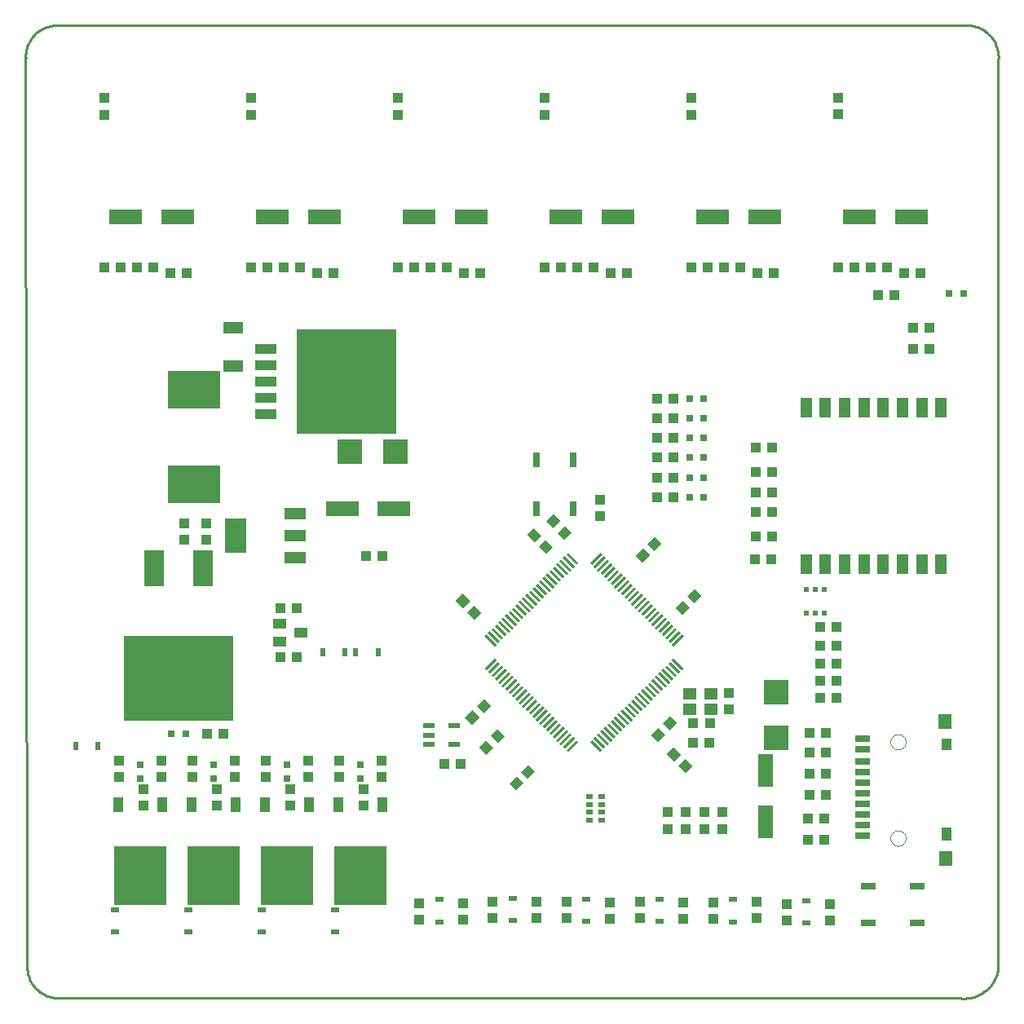
<source format=gtp>
G75*
G70*
%OFA0B0*%
%FSLAX24Y24*%
%IPPOS*%
%LPD*%
%AMOC8*
5,1,8,0,0,1.08239X$1,22.5*
%
%ADD10C,0.0100*%
%ADD11R,0.0106X0.0591*%
%ADD12R,0.0591X0.0106*%
%ADD13R,0.0551X0.0472*%
%ADD14R,0.0433X0.0394*%
%ADD15R,0.0394X0.0433*%
%ADD16R,0.0600X0.0300*%
%ADD17R,0.0315X0.0315*%
%ADD18R,0.0300X0.0600*%
%ADD19R,0.0197X0.0197*%
%ADD20R,0.0327X0.0248*%
%ADD21R,0.1000X0.1000*%
%ADD22R,0.4098X0.4252*%
%ADD23R,0.0850X0.0420*%
%ADD24R,0.2126X0.1575*%
%ADD25R,0.0827X0.0500*%
%ADD26R,0.0472X0.0787*%
%ADD27R,0.0531X0.0591*%
%ADD28R,0.0394X0.0551*%
%ADD29R,0.0394X0.0512*%
%ADD30R,0.0591X0.0295*%
%ADD31C,0.0000*%
%ADD32R,0.1378X0.0630*%
%ADD33R,0.0820X0.1500*%
%ADD34R,0.4500X0.3500*%
%ADD35R,0.2126X0.2441*%
%ADD36R,0.0394X0.0630*%
%ADD37R,0.0880X0.0480*%
%ADD38R,0.0866X0.1417*%
%ADD39R,0.0256X0.0197*%
%ADD40R,0.0551X0.0394*%
%ADD41R,0.0248X0.0327*%
%ADD42R,0.0472X0.0217*%
%ADD43R,0.0630X0.1378*%
D10*
X002393Y001821D02*
X002330Y038999D01*
X002331Y038998D02*
X002328Y039067D01*
X002329Y039135D01*
X002334Y039203D01*
X002343Y039271D01*
X002355Y039339D01*
X002371Y039405D01*
X002390Y039471D01*
X002413Y039535D01*
X002440Y039599D01*
X002470Y039660D01*
X002503Y039720D01*
X002539Y039778D01*
X002578Y039834D01*
X002621Y039888D01*
X002666Y039939D01*
X002714Y039988D01*
X002764Y040034D01*
X002817Y040078D01*
X002873Y040118D01*
X002930Y040156D01*
X002989Y040190D01*
X003050Y040221D01*
X003113Y040249D01*
X003177Y040273D01*
X003242Y040294D01*
X003308Y040311D01*
X003375Y040324D01*
X003443Y040334D01*
X003511Y040340D01*
X003511Y040341D02*
X040913Y040341D01*
X040983Y040333D01*
X041052Y040321D01*
X041121Y040306D01*
X041188Y040287D01*
X041255Y040264D01*
X041320Y040238D01*
X041384Y040208D01*
X041446Y040175D01*
X041506Y040138D01*
X041564Y040098D01*
X041619Y040056D01*
X041673Y040010D01*
X041724Y039961D01*
X041772Y039910D01*
X041817Y039856D01*
X041859Y039800D01*
X041898Y039741D01*
X041934Y039681D01*
X041967Y039619D01*
X041996Y039555D01*
X042022Y039489D01*
X042044Y039423D01*
X042062Y039355D01*
X042077Y039286D01*
X042088Y039217D01*
X042095Y039147D01*
X042099Y039077D01*
X042098Y039006D01*
X042094Y038936D01*
X042094Y001759D01*
X042095Y001759D02*
X042081Y001685D01*
X042063Y001613D01*
X042042Y001541D01*
X042016Y001471D01*
X041988Y001402D01*
X041955Y001334D01*
X041919Y001269D01*
X041880Y001205D01*
X041837Y001144D01*
X041792Y001085D01*
X041743Y001028D01*
X041691Y000974D01*
X041637Y000923D01*
X041580Y000874D01*
X041520Y000829D01*
X041459Y000787D01*
X041395Y000748D01*
X041329Y000712D01*
X041261Y000680D01*
X041192Y000652D01*
X041122Y000627D01*
X041050Y000606D01*
X040977Y000589D01*
X040904Y000576D01*
X040829Y000566D01*
X040755Y000561D01*
X040680Y000559D01*
X040605Y000561D01*
X040531Y000567D01*
X040457Y000577D01*
X040456Y000578D02*
X003699Y000578D01*
X003698Y000577D02*
X003629Y000578D01*
X003560Y000581D01*
X003492Y000589D01*
X003424Y000600D01*
X003356Y000615D01*
X003290Y000634D01*
X003224Y000656D01*
X003160Y000682D01*
X003098Y000711D01*
X003037Y000744D01*
X002978Y000779D01*
X002921Y000818D01*
X002866Y000860D01*
X002813Y000905D01*
X002763Y000953D01*
X002716Y001003D01*
X002671Y001056D01*
X002630Y001111D01*
X002591Y001168D01*
X002555Y001227D01*
X002523Y001288D01*
X002494Y001351D01*
X002469Y001415D01*
X002447Y001481D01*
X002429Y001547D01*
X002414Y001615D01*
X002403Y001683D01*
X002396Y001752D01*
X002392Y001821D01*
D11*
G36*
X021583Y015023D02*
X021508Y014948D01*
X021091Y015365D01*
X021166Y015440D01*
X021583Y015023D01*
G37*
G36*
X021722Y015162D02*
X021647Y015087D01*
X021230Y015504D01*
X021305Y015579D01*
X021722Y015162D01*
G37*
G36*
X021861Y015301D02*
X021786Y015226D01*
X021369Y015643D01*
X021444Y015718D01*
X021861Y015301D01*
G37*
G36*
X022000Y015441D02*
X021925Y015366D01*
X021508Y015783D01*
X021583Y015858D01*
X022000Y015441D01*
G37*
G36*
X022140Y015580D02*
X022065Y015505D01*
X021648Y015922D01*
X021723Y015997D01*
X022140Y015580D01*
G37*
G36*
X022279Y015719D02*
X022204Y015644D01*
X021787Y016061D01*
X021862Y016136D01*
X022279Y015719D01*
G37*
G36*
X022418Y015858D02*
X022343Y015783D01*
X021926Y016200D01*
X022001Y016275D01*
X022418Y015858D01*
G37*
G36*
X022557Y015997D02*
X022482Y015922D01*
X022065Y016339D01*
X022140Y016414D01*
X022557Y015997D01*
G37*
G36*
X022696Y016137D02*
X022621Y016062D01*
X022204Y016479D01*
X022279Y016554D01*
X022696Y016137D01*
G37*
G36*
X022836Y016276D02*
X022761Y016201D01*
X022344Y016618D01*
X022419Y016693D01*
X022836Y016276D01*
G37*
G36*
X022975Y016415D02*
X022900Y016340D01*
X022483Y016757D01*
X022558Y016832D01*
X022975Y016415D01*
G37*
G36*
X023114Y016554D02*
X023039Y016479D01*
X022622Y016896D01*
X022697Y016971D01*
X023114Y016554D01*
G37*
G36*
X023253Y016693D02*
X023178Y016618D01*
X022761Y017035D01*
X022836Y017110D01*
X023253Y016693D01*
G37*
G36*
X023392Y016833D02*
X023317Y016758D01*
X022900Y017175D01*
X022975Y017250D01*
X023392Y016833D01*
G37*
G36*
X023532Y016972D02*
X023457Y016897D01*
X023040Y017314D01*
X023115Y017389D01*
X023532Y016972D01*
G37*
G36*
X023671Y017111D02*
X023596Y017036D01*
X023179Y017453D01*
X023254Y017528D01*
X023671Y017111D01*
G37*
G36*
X023810Y017250D02*
X023735Y017175D01*
X023318Y017592D01*
X023393Y017667D01*
X023810Y017250D01*
G37*
G36*
X023949Y017389D02*
X023874Y017314D01*
X023457Y017731D01*
X023532Y017806D01*
X023949Y017389D01*
G37*
G36*
X024088Y017529D02*
X024013Y017454D01*
X023596Y017871D01*
X023671Y017946D01*
X024088Y017529D01*
G37*
G36*
X024227Y017668D02*
X024152Y017593D01*
X023735Y018010D01*
X023810Y018085D01*
X024227Y017668D01*
G37*
G36*
X024367Y017807D02*
X024292Y017732D01*
X023875Y018149D01*
X023950Y018224D01*
X024367Y017807D01*
G37*
G36*
X024506Y017946D02*
X024431Y017871D01*
X024014Y018288D01*
X024089Y018363D01*
X024506Y017946D01*
G37*
G36*
X024645Y018085D02*
X024570Y018010D01*
X024153Y018427D01*
X024228Y018502D01*
X024645Y018085D01*
G37*
G36*
X024784Y018225D02*
X024709Y018150D01*
X024292Y018567D01*
X024367Y018642D01*
X024784Y018225D01*
G37*
G36*
X024923Y018364D02*
X024848Y018289D01*
X024431Y018706D01*
X024506Y018781D01*
X024923Y018364D01*
G37*
G36*
X029238Y014049D02*
X029163Y013974D01*
X028746Y014391D01*
X028821Y014466D01*
X029238Y014049D01*
G37*
G36*
X029099Y013910D02*
X029024Y013835D01*
X028607Y014252D01*
X028682Y014327D01*
X029099Y013910D01*
G37*
G36*
X028960Y013770D02*
X028885Y013695D01*
X028468Y014112D01*
X028543Y014187D01*
X028960Y013770D01*
G37*
G36*
X028821Y013631D02*
X028746Y013556D01*
X028329Y013973D01*
X028404Y014048D01*
X028821Y013631D01*
G37*
G36*
X028682Y013492D02*
X028607Y013417D01*
X028190Y013834D01*
X028265Y013909D01*
X028682Y013492D01*
G37*
G36*
X028543Y013353D02*
X028468Y013278D01*
X028051Y013695D01*
X028126Y013770D01*
X028543Y013353D01*
G37*
G36*
X028403Y013214D02*
X028328Y013139D01*
X027911Y013556D01*
X027986Y013631D01*
X028403Y013214D01*
G37*
G36*
X028264Y013074D02*
X028189Y012999D01*
X027772Y013416D01*
X027847Y013491D01*
X028264Y013074D01*
G37*
G36*
X028125Y012935D02*
X028050Y012860D01*
X027633Y013277D01*
X027708Y013352D01*
X028125Y012935D01*
G37*
G36*
X027986Y012796D02*
X027911Y012721D01*
X027494Y013138D01*
X027569Y013213D01*
X027986Y012796D01*
G37*
G36*
X027847Y012657D02*
X027772Y012582D01*
X027355Y012999D01*
X027430Y013074D01*
X027847Y012657D01*
G37*
G36*
X027707Y012518D02*
X027632Y012443D01*
X027215Y012860D01*
X027290Y012935D01*
X027707Y012518D01*
G37*
G36*
X027568Y012378D02*
X027493Y012303D01*
X027076Y012720D01*
X027151Y012795D01*
X027568Y012378D01*
G37*
G36*
X027429Y012239D02*
X027354Y012164D01*
X026937Y012581D01*
X027012Y012656D01*
X027429Y012239D01*
G37*
G36*
X027290Y012100D02*
X027215Y012025D01*
X026798Y012442D01*
X026873Y012517D01*
X027290Y012100D01*
G37*
G36*
X027151Y011961D02*
X027076Y011886D01*
X026659Y012303D01*
X026734Y012378D01*
X027151Y011961D01*
G37*
G36*
X027011Y011822D02*
X026936Y011747D01*
X026519Y012164D01*
X026594Y012239D01*
X027011Y011822D01*
G37*
G36*
X026872Y011682D02*
X026797Y011607D01*
X026380Y012024D01*
X026455Y012099D01*
X026872Y011682D01*
G37*
G36*
X026733Y011543D02*
X026658Y011468D01*
X026241Y011885D01*
X026316Y011960D01*
X026733Y011543D01*
G37*
G36*
X026594Y011404D02*
X026519Y011329D01*
X026102Y011746D01*
X026177Y011821D01*
X026594Y011404D01*
G37*
G36*
X026455Y011265D02*
X026380Y011190D01*
X025963Y011607D01*
X026038Y011682D01*
X026455Y011265D01*
G37*
G36*
X026315Y011126D02*
X026240Y011051D01*
X025823Y011468D01*
X025898Y011543D01*
X026315Y011126D01*
G37*
G36*
X026176Y010986D02*
X026101Y010911D01*
X025684Y011328D01*
X025759Y011403D01*
X026176Y010986D01*
G37*
G36*
X026037Y010847D02*
X025962Y010772D01*
X025545Y011189D01*
X025620Y011264D01*
X026037Y010847D01*
G37*
G36*
X025898Y010708D02*
X025823Y010633D01*
X025406Y011050D01*
X025481Y011125D01*
X025898Y010708D01*
G37*
D12*
G36*
X024923Y011050D02*
X024506Y010633D01*
X024431Y010708D01*
X024848Y011125D01*
X024923Y011050D01*
G37*
G36*
X024784Y011189D02*
X024367Y010772D01*
X024292Y010847D01*
X024709Y011264D01*
X024784Y011189D01*
G37*
G36*
X024645Y011328D02*
X024228Y010911D01*
X024153Y010986D01*
X024570Y011403D01*
X024645Y011328D01*
G37*
G36*
X024506Y011468D02*
X024089Y011051D01*
X024014Y011126D01*
X024431Y011543D01*
X024506Y011468D01*
G37*
G36*
X024367Y011607D02*
X023950Y011190D01*
X023875Y011265D01*
X024292Y011682D01*
X024367Y011607D01*
G37*
G36*
X024227Y011746D02*
X023810Y011329D01*
X023735Y011404D01*
X024152Y011821D01*
X024227Y011746D01*
G37*
G36*
X024088Y011885D02*
X023671Y011468D01*
X023596Y011543D01*
X024013Y011960D01*
X024088Y011885D01*
G37*
G36*
X023949Y012024D02*
X023532Y011607D01*
X023457Y011682D01*
X023874Y012099D01*
X023949Y012024D01*
G37*
G36*
X023810Y012164D02*
X023393Y011747D01*
X023318Y011822D01*
X023735Y012239D01*
X023810Y012164D01*
G37*
G36*
X023671Y012303D02*
X023254Y011886D01*
X023179Y011961D01*
X023596Y012378D01*
X023671Y012303D01*
G37*
G36*
X023532Y012442D02*
X023115Y012025D01*
X023040Y012100D01*
X023457Y012517D01*
X023532Y012442D01*
G37*
G36*
X023392Y012581D02*
X022975Y012164D01*
X022900Y012239D01*
X023317Y012656D01*
X023392Y012581D01*
G37*
G36*
X023253Y012720D02*
X022836Y012303D01*
X022761Y012378D01*
X023178Y012795D01*
X023253Y012720D01*
G37*
G36*
X023114Y012860D02*
X022697Y012443D01*
X022622Y012518D01*
X023039Y012935D01*
X023114Y012860D01*
G37*
G36*
X022975Y012999D02*
X022558Y012582D01*
X022483Y012657D01*
X022900Y013074D01*
X022975Y012999D01*
G37*
G36*
X022836Y013138D02*
X022419Y012721D01*
X022344Y012796D01*
X022761Y013213D01*
X022836Y013138D01*
G37*
G36*
X022696Y013277D02*
X022279Y012860D01*
X022204Y012935D01*
X022621Y013352D01*
X022696Y013277D01*
G37*
G36*
X022557Y013416D02*
X022140Y012999D01*
X022065Y013074D01*
X022482Y013491D01*
X022557Y013416D01*
G37*
G36*
X022418Y013556D02*
X022001Y013139D01*
X021926Y013214D01*
X022343Y013631D01*
X022418Y013556D01*
G37*
G36*
X022279Y013695D02*
X021862Y013278D01*
X021787Y013353D01*
X022204Y013770D01*
X022279Y013695D01*
G37*
G36*
X022140Y013834D02*
X021723Y013417D01*
X021648Y013492D01*
X022065Y013909D01*
X022140Y013834D01*
G37*
G36*
X022000Y013973D02*
X021583Y013556D01*
X021508Y013631D01*
X021925Y014048D01*
X022000Y013973D01*
G37*
G36*
X021861Y014112D02*
X021444Y013695D01*
X021369Y013770D01*
X021786Y014187D01*
X021861Y014112D01*
G37*
G36*
X021722Y014252D02*
X021305Y013835D01*
X021230Y013910D01*
X021647Y014327D01*
X021722Y014252D01*
G37*
G36*
X021583Y014391D02*
X021166Y013974D01*
X021091Y014049D01*
X021508Y014466D01*
X021583Y014391D01*
G37*
G36*
X025898Y018706D02*
X025481Y018289D01*
X025406Y018364D01*
X025823Y018781D01*
X025898Y018706D01*
G37*
G36*
X026037Y018567D02*
X025620Y018150D01*
X025545Y018225D01*
X025962Y018642D01*
X026037Y018567D01*
G37*
G36*
X026176Y018427D02*
X025759Y018010D01*
X025684Y018085D01*
X026101Y018502D01*
X026176Y018427D01*
G37*
G36*
X026315Y018288D02*
X025898Y017871D01*
X025823Y017946D01*
X026240Y018363D01*
X026315Y018288D01*
G37*
G36*
X026455Y018149D02*
X026038Y017732D01*
X025963Y017807D01*
X026380Y018224D01*
X026455Y018149D01*
G37*
G36*
X026594Y018010D02*
X026177Y017593D01*
X026102Y017668D01*
X026519Y018085D01*
X026594Y018010D01*
G37*
G36*
X026733Y017871D02*
X026316Y017454D01*
X026241Y017529D01*
X026658Y017946D01*
X026733Y017871D01*
G37*
G36*
X026872Y017731D02*
X026455Y017314D01*
X026380Y017389D01*
X026797Y017806D01*
X026872Y017731D01*
G37*
G36*
X027011Y017592D02*
X026594Y017175D01*
X026519Y017250D01*
X026936Y017667D01*
X027011Y017592D01*
G37*
G36*
X027151Y017453D02*
X026734Y017036D01*
X026659Y017111D01*
X027076Y017528D01*
X027151Y017453D01*
G37*
G36*
X027290Y017314D02*
X026873Y016897D01*
X026798Y016972D01*
X027215Y017389D01*
X027290Y017314D01*
G37*
G36*
X027429Y017175D02*
X027012Y016758D01*
X026937Y016833D01*
X027354Y017250D01*
X027429Y017175D01*
G37*
G36*
X027568Y017035D02*
X027151Y016618D01*
X027076Y016693D01*
X027493Y017110D01*
X027568Y017035D01*
G37*
G36*
X027707Y016896D02*
X027290Y016479D01*
X027215Y016554D01*
X027632Y016971D01*
X027707Y016896D01*
G37*
G36*
X027847Y016757D02*
X027430Y016340D01*
X027355Y016415D01*
X027772Y016832D01*
X027847Y016757D01*
G37*
G36*
X027986Y016618D02*
X027569Y016201D01*
X027494Y016276D01*
X027911Y016693D01*
X027986Y016618D01*
G37*
G36*
X028125Y016479D02*
X027708Y016062D01*
X027633Y016137D01*
X028050Y016554D01*
X028125Y016479D01*
G37*
G36*
X028264Y016339D02*
X027847Y015922D01*
X027772Y015997D01*
X028189Y016414D01*
X028264Y016339D01*
G37*
G36*
X028403Y016200D02*
X027986Y015783D01*
X027911Y015858D01*
X028328Y016275D01*
X028403Y016200D01*
G37*
G36*
X028543Y016061D02*
X028126Y015644D01*
X028051Y015719D01*
X028468Y016136D01*
X028543Y016061D01*
G37*
G36*
X028682Y015922D02*
X028265Y015505D01*
X028190Y015580D01*
X028607Y015997D01*
X028682Y015922D01*
G37*
G36*
X028821Y015783D02*
X028404Y015366D01*
X028329Y015441D01*
X028746Y015858D01*
X028821Y015783D01*
G37*
G36*
X028960Y015643D02*
X028543Y015226D01*
X028468Y015301D01*
X028885Y015718D01*
X028960Y015643D01*
G37*
G36*
X029099Y015504D02*
X028682Y015087D01*
X028607Y015162D01*
X029024Y015579D01*
X029099Y015504D01*
G37*
G36*
X029238Y015365D02*
X028821Y014948D01*
X028746Y015023D01*
X029163Y015440D01*
X029238Y015365D01*
G37*
D13*
X029482Y013022D03*
X029482Y012392D03*
X030348Y012392D03*
X030348Y013022D03*
D14*
X030299Y011807D03*
X030296Y011011D03*
X029626Y011011D03*
X029630Y011807D03*
G36*
X028952Y011823D02*
X028647Y011518D01*
X028368Y011797D01*
X028673Y012102D01*
X028952Y011823D01*
G37*
G36*
X028478Y011349D02*
X028173Y011044D01*
X027894Y011323D01*
X028199Y011628D01*
X028478Y011349D01*
G37*
G36*
X028854Y010247D02*
X028549Y010552D01*
X028828Y010831D01*
X029133Y010526D01*
X028854Y010247D01*
G37*
G36*
X029327Y009774D02*
X029022Y010079D01*
X029301Y010358D01*
X029606Y010053D01*
X029327Y009774D01*
G37*
X034392Y009759D03*
X035062Y009759D03*
X035049Y008871D03*
X034379Y008871D03*
X032201Y004508D03*
X032201Y003839D03*
X029201Y003817D03*
X029201Y004486D03*
X026209Y004488D03*
X026209Y003819D03*
X023209Y003837D03*
X023209Y004507D03*
X020201Y004461D03*
X020201Y003792D03*
X016143Y008430D03*
X016143Y009100D03*
X016893Y009618D03*
X016893Y010287D03*
X015143Y010287D03*
X015143Y009618D03*
X013893Y009618D03*
X013893Y010287D03*
X013143Y009100D03*
X013143Y008430D03*
X012143Y009618D03*
X012143Y010287D03*
X010893Y010287D03*
X010893Y009618D03*
X010143Y009100D03*
X010143Y008430D03*
X009143Y009618D03*
X009143Y010287D03*
X007893Y010287D03*
X007893Y009618D03*
X007143Y009100D03*
X007143Y008430D03*
X006143Y009618D03*
X006143Y010287D03*
X008830Y019305D03*
X008830Y019975D03*
X009705Y019975D03*
X009705Y019305D03*
X016251Y018658D03*
X016920Y018658D03*
G36*
X020196Y017101D02*
X020501Y016796D01*
X020222Y016517D01*
X019917Y016822D01*
X020196Y017101D01*
G37*
G36*
X020669Y016628D02*
X020974Y016323D01*
X020695Y016044D01*
X020390Y016349D01*
X020669Y016628D01*
G37*
G36*
X023133Y019207D02*
X022828Y019512D01*
X023107Y019791D01*
X023412Y019486D01*
X023133Y019207D01*
G37*
G36*
X023606Y018734D02*
X023301Y019039D01*
X023580Y019318D01*
X023885Y019013D01*
X023606Y018734D01*
G37*
G36*
X027261Y018657D02*
X027566Y018962D01*
X027845Y018683D01*
X027540Y018378D01*
X027261Y018657D01*
G37*
G36*
X027734Y019131D02*
X028039Y019436D01*
X028318Y019157D01*
X028013Y018852D01*
X027734Y019131D01*
G37*
G36*
X029950Y017022D02*
X029645Y016717D01*
X029366Y016996D01*
X029671Y017301D01*
X029950Y017022D01*
G37*
G36*
X029477Y016549D02*
X029172Y016244D01*
X028893Y016523D01*
X029198Y016828D01*
X029477Y016549D01*
G37*
X034826Y015735D03*
X035496Y015735D03*
X035476Y013536D03*
X034807Y013536D03*
X035201Y004421D03*
X035201Y003751D03*
G36*
X022571Y009810D02*
X022876Y010115D01*
X023155Y009836D01*
X022850Y009531D01*
X022571Y009810D01*
G37*
G36*
X022098Y009337D02*
X022403Y009642D01*
X022682Y009363D01*
X022377Y009058D01*
X022098Y009337D01*
G37*
X020102Y010140D03*
X019433Y010140D03*
G36*
X020297Y012029D02*
X020602Y012334D01*
X020881Y012055D01*
X020576Y011750D01*
X020297Y012029D01*
G37*
G36*
X020770Y012502D02*
X021075Y012807D01*
X021354Y012528D01*
X021049Y012223D01*
X020770Y012502D01*
G37*
X032188Y023094D03*
X032858Y023094D03*
X038620Y027969D03*
X039290Y027969D03*
X036227Y030453D03*
X035558Y030453D03*
X030227Y030453D03*
X029558Y030453D03*
X024227Y030453D03*
X023558Y030453D03*
X018227Y030453D03*
X017558Y030453D03*
X012227Y030453D03*
X011558Y030453D03*
X006227Y030453D03*
X005558Y030453D03*
D15*
X006870Y030453D03*
X007540Y030453D03*
X008245Y030203D03*
X008915Y030203D03*
X012870Y030453D03*
X013540Y030453D03*
X014245Y030203D03*
X014915Y030203D03*
X018870Y030453D03*
X019540Y030453D03*
X020245Y030203D03*
X020915Y030203D03*
X024870Y030453D03*
X025540Y030453D03*
X026245Y030203D03*
X026915Y030203D03*
X030870Y030453D03*
X031540Y030453D03*
X032245Y030203D03*
X032915Y030203D03*
X036870Y030453D03*
X037540Y030453D03*
X038245Y030203D03*
X038915Y030203D03*
X037852Y029296D03*
X037183Y029296D03*
X038625Y027097D03*
X039295Y027097D03*
X032858Y022072D03*
X032188Y022072D03*
X032173Y021259D03*
X032843Y021259D03*
X032838Y020441D03*
X032169Y020441D03*
X032169Y019437D03*
X032838Y019437D03*
X032818Y018512D03*
X032149Y018512D03*
X028821Y021033D03*
X028152Y021033D03*
X028152Y021852D03*
X028821Y021852D03*
X028821Y022664D03*
X028152Y022664D03*
X028152Y023471D03*
X028821Y023471D03*
X028820Y024276D03*
X028151Y024276D03*
X028151Y025078D03*
X028820Y025078D03*
X025803Y020944D03*
X025803Y020275D03*
G36*
X024378Y019894D02*
X024657Y019615D01*
X024352Y019310D01*
X024073Y019589D01*
X024378Y019894D01*
G37*
G36*
X023905Y020367D02*
X024184Y020088D01*
X023879Y019783D01*
X023600Y020062D01*
X023905Y020367D01*
G37*
X031065Y013042D03*
X031065Y012372D03*
X034386Y011420D03*
X035055Y011420D03*
X035055Y010602D03*
X034386Y010602D03*
X034807Y012832D03*
X035476Y012832D03*
X035476Y014239D03*
X034807Y014239D03*
X034807Y014983D03*
X035476Y014983D03*
X030830Y008162D03*
X030830Y007493D03*
X030080Y007493D03*
X029330Y007493D03*
X029330Y008162D03*
X030080Y008162D03*
X028580Y008162D03*
X028580Y007493D03*
X027459Y004509D03*
X027459Y003840D03*
X024459Y003833D03*
X024459Y004502D03*
X021409Y004511D03*
X021409Y003841D03*
X018409Y003791D03*
X018409Y004461D03*
G36*
X021448Y010797D02*
X021169Y010518D01*
X020864Y010823D01*
X021143Y011102D01*
X021448Y010797D01*
G37*
G36*
X021921Y011270D02*
X021642Y010991D01*
X021337Y011296D01*
X021616Y011575D01*
X021921Y011270D01*
G37*
X013415Y014515D03*
X012745Y014515D03*
X012745Y016515D03*
X013415Y016515D03*
X010415Y011390D03*
X009745Y011390D03*
X030459Y004479D03*
X030459Y003810D03*
X033459Y003758D03*
X033459Y004427D03*
X034323Y007032D03*
X034992Y007032D03*
X034993Y007915D03*
X034324Y007915D03*
X035561Y036699D03*
X035561Y037368D03*
X029561Y037362D03*
X029561Y036693D03*
X023561Y036693D03*
X023561Y037362D03*
X017561Y037362D03*
X017561Y036693D03*
X011549Y036693D03*
X011549Y037362D03*
X005561Y037362D03*
X005561Y036693D03*
D16*
X036779Y005151D03*
X036779Y003651D03*
X038779Y003651D03*
X038779Y005151D03*
D17*
X030057Y021033D03*
X029466Y021033D03*
X029466Y021852D03*
X030057Y021852D03*
X030057Y022664D03*
X029466Y022664D03*
X029466Y023471D03*
X030057Y023471D03*
X030060Y024276D03*
X029470Y024276D03*
X029470Y025078D03*
X030060Y025078D03*
X040097Y029390D03*
X040688Y029390D03*
X016018Y010123D03*
X016018Y009532D03*
X013018Y009532D03*
X013018Y010123D03*
X010018Y010123D03*
X010018Y009532D03*
X008875Y011390D03*
X008285Y011390D03*
X007018Y010123D03*
X007018Y009532D03*
D18*
X023198Y020562D03*
X024698Y020562D03*
X024698Y022562D03*
X023198Y022562D03*
D19*
X034247Y017264D03*
X034621Y017264D03*
X034995Y017264D03*
X034995Y016319D03*
X034621Y016319D03*
X034247Y016319D03*
D20*
X034260Y004537D03*
X034260Y003631D03*
X031260Y003693D03*
X031260Y004599D03*
X028260Y004627D03*
X028260Y003721D03*
X025260Y003715D03*
X025260Y004620D03*
X022260Y004640D03*
X022260Y003735D03*
X019260Y003692D03*
X019260Y004598D03*
X014980Y004180D03*
X014980Y003275D03*
X011980Y003275D03*
X011980Y004180D03*
X008980Y004180D03*
X008980Y003275D03*
X005980Y003275D03*
X005980Y004180D03*
D21*
X015584Y022910D03*
X017434Y022910D03*
X032999Y013073D03*
X032999Y011223D03*
D22*
X015444Y025782D03*
D23*
X012164Y025782D03*
X012164Y026452D03*
X012164Y027122D03*
X012164Y025112D03*
X012164Y024442D03*
D24*
X009202Y025444D03*
X009202Y021585D03*
D25*
X010830Y026423D03*
X010830Y027982D03*
D26*
X034241Y024697D03*
X035029Y024697D03*
X035816Y024697D03*
X036604Y024697D03*
X037391Y024697D03*
X038178Y024697D03*
X038966Y024697D03*
X039753Y024697D03*
X039753Y018319D03*
X038966Y018319D03*
X038178Y018319D03*
X037391Y018319D03*
X036604Y018319D03*
X035816Y018319D03*
X035029Y018319D03*
X034241Y018319D03*
D27*
X039928Y011862D03*
X039948Y006292D03*
D28*
X039987Y007286D03*
D29*
X039987Y010957D03*
D30*
X036533Y011173D03*
X036533Y010740D03*
X036533Y010229D03*
X036533Y009796D03*
X036533Y009362D03*
X036533Y008929D03*
X036533Y008496D03*
X036533Y008063D03*
X036533Y007630D03*
X036533Y007197D03*
D31*
X037684Y007109D02*
X037686Y007144D01*
X037692Y007179D01*
X037702Y007213D01*
X037715Y007246D01*
X037732Y007277D01*
X037753Y007305D01*
X037776Y007332D01*
X037803Y007355D01*
X037831Y007376D01*
X037862Y007393D01*
X037895Y007406D01*
X037929Y007416D01*
X037964Y007422D01*
X037999Y007424D01*
X038034Y007422D01*
X038069Y007416D01*
X038103Y007406D01*
X038136Y007393D01*
X038167Y007376D01*
X038195Y007355D01*
X038222Y007332D01*
X038245Y007305D01*
X038266Y007277D01*
X038283Y007246D01*
X038296Y007213D01*
X038306Y007179D01*
X038312Y007144D01*
X038314Y007109D01*
X038312Y007074D01*
X038306Y007039D01*
X038296Y007005D01*
X038283Y006972D01*
X038266Y006941D01*
X038245Y006913D01*
X038222Y006886D01*
X038195Y006863D01*
X038167Y006842D01*
X038136Y006825D01*
X038103Y006812D01*
X038069Y006802D01*
X038034Y006796D01*
X037999Y006794D01*
X037964Y006796D01*
X037929Y006802D01*
X037895Y006812D01*
X037862Y006825D01*
X037831Y006842D01*
X037803Y006863D01*
X037776Y006886D01*
X037753Y006913D01*
X037732Y006941D01*
X037715Y006972D01*
X037702Y007005D01*
X037692Y007039D01*
X037686Y007074D01*
X037684Y007109D01*
X037684Y011046D02*
X037686Y011081D01*
X037692Y011116D01*
X037702Y011150D01*
X037715Y011183D01*
X037732Y011214D01*
X037753Y011242D01*
X037776Y011269D01*
X037803Y011292D01*
X037831Y011313D01*
X037862Y011330D01*
X037895Y011343D01*
X037929Y011353D01*
X037964Y011359D01*
X037999Y011361D01*
X038034Y011359D01*
X038069Y011353D01*
X038103Y011343D01*
X038136Y011330D01*
X038167Y011313D01*
X038195Y011292D01*
X038222Y011269D01*
X038245Y011242D01*
X038266Y011214D01*
X038283Y011183D01*
X038296Y011150D01*
X038306Y011116D01*
X038312Y011081D01*
X038314Y011046D01*
X038312Y011011D01*
X038306Y010976D01*
X038296Y010942D01*
X038283Y010909D01*
X038266Y010878D01*
X038245Y010850D01*
X038222Y010823D01*
X038195Y010800D01*
X038167Y010779D01*
X038136Y010762D01*
X038103Y010749D01*
X038069Y010739D01*
X038034Y010733D01*
X037999Y010731D01*
X037964Y010733D01*
X037929Y010739D01*
X037895Y010749D01*
X037862Y010762D01*
X037831Y010779D01*
X037803Y010800D01*
X037776Y010823D01*
X037753Y010850D01*
X037732Y010878D01*
X037715Y010909D01*
X037702Y010942D01*
X037692Y010976D01*
X037686Y011011D01*
X037684Y011046D01*
D32*
X017393Y020578D03*
X015267Y020578D03*
X014549Y032515D03*
X012423Y032515D03*
X008549Y032515D03*
X006423Y032515D03*
X018423Y032515D03*
X020549Y032515D03*
X024423Y032515D03*
X026549Y032515D03*
X030423Y032515D03*
X032549Y032515D03*
X036423Y032515D03*
X038549Y032515D03*
D33*
X009580Y018140D03*
X007580Y018140D03*
D34*
X008580Y013640D03*
D35*
X010018Y005593D03*
X013018Y005593D03*
X016018Y005593D03*
X007018Y005593D03*
D36*
X007915Y008467D03*
X009120Y008467D03*
X010915Y008467D03*
X012120Y008467D03*
X013915Y008467D03*
X015120Y008467D03*
X016915Y008467D03*
X006120Y008467D03*
D37*
X013363Y018574D03*
X013363Y019484D03*
X013363Y020394D03*
D38*
X010922Y019484D03*
D39*
X025396Y008800D03*
X025396Y008485D03*
X025396Y008170D03*
X025396Y007855D03*
X025889Y007855D03*
X025889Y008170D03*
X025889Y008485D03*
X025889Y008800D03*
D40*
X013576Y015515D03*
X012709Y015141D03*
X012709Y015889D03*
D41*
X014477Y014728D03*
X015383Y014728D03*
X015827Y014728D03*
X016733Y014728D03*
X005283Y010890D03*
X004377Y010890D03*
D42*
X018818Y010953D03*
X018818Y011328D03*
X018818Y011702D03*
X019842Y011702D03*
X019842Y010953D03*
D43*
X032580Y009890D03*
X032580Y007765D03*
M02*

</source>
